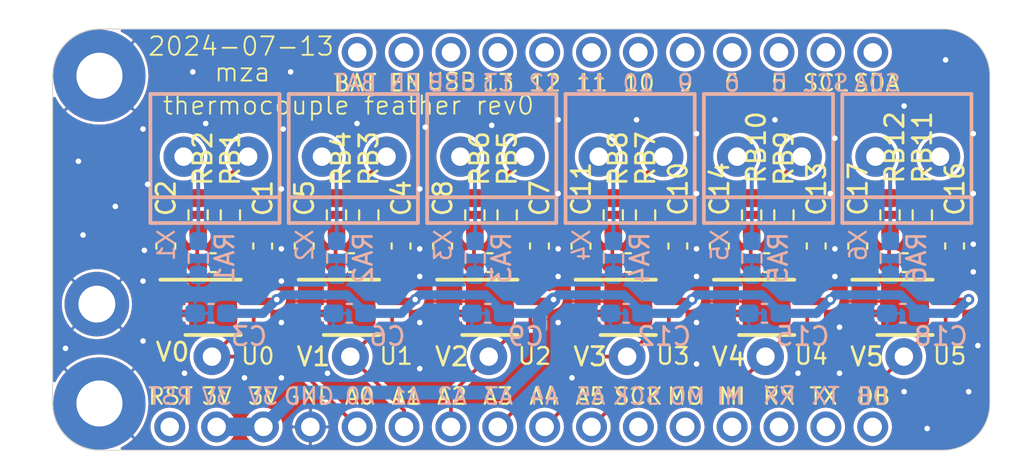
<source format=kicad_pcb>
(kicad_pcb
	(version 20240108)
	(generator "pcbnew")
	(generator_version "8.0")
	(general
		(thickness 1.6)
		(legacy_teardrops no)
	)
	(paper "A4")
	(layers
		(0 "F.Cu" signal)
		(31 "B.Cu" signal)
		(32 "B.Adhes" user "B.Adhesive")
		(33 "F.Adhes" user "F.Adhesive")
		(34 "B.Paste" user)
		(35 "F.Paste" user)
		(36 "B.SilkS" user "B.Silkscreen")
		(37 "F.SilkS" user "F.Silkscreen")
		(38 "B.Mask" user)
		(39 "F.Mask" user)
		(40 "Dwgs.User" user "User.Drawings")
		(41 "Cmts.User" user "User.Comments")
		(42 "Eco1.User" user "User.Eco1")
		(43 "Eco2.User" user "User.Eco2")
		(44 "Edge.Cuts" user)
		(45 "Margin" user)
		(46 "B.CrtYd" user "B.Courtyard")
		(47 "F.CrtYd" user "F.Courtyard")
		(48 "B.Fab" user)
		(49 "F.Fab" user)
		(50 "User.1" user)
		(51 "User.2" user)
		(52 "User.3" user)
		(53 "User.4" user)
		(54 "User.5" user)
		(55 "User.6" user)
		(56 "User.7" user)
		(57 "User.8" user)
		(58 "User.9" user)
	)
	(setup
		(stackup
			(layer "F.SilkS"
				(type "Top Silk Screen")
			)
			(layer "F.Paste"
				(type "Top Solder Paste")
			)
			(layer "F.Mask"
				(type "Top Solder Mask")
				(thickness 0.01)
			)
			(layer "F.Cu"
				(type "copper")
				(thickness 0.035)
			)
			(layer "dielectric 1"
				(type "core")
				(thickness 1.51)
				(material "FR4")
				(epsilon_r 4.5)
				(loss_tangent 0.02)
			)
			(layer "B.Cu"
				(type "copper")
				(thickness 0.035)
			)
			(layer "B.Mask"
				(type "Bottom Solder Mask")
				(thickness 0.01)
			)
			(layer "B.Paste"
				(type "Bottom Solder Paste")
			)
			(layer "B.SilkS"
				(type "Bottom Silk Screen")
			)
			(copper_finish "None")
			(dielectric_constraints no)
		)
		(pad_to_mask_clearance 0)
		(allow_soldermask_bridges_in_footprints no)
		(grid_origin 152.4 114.3)
		(pcbplotparams
			(layerselection 0x00010fc_ffffffff)
			(plot_on_all_layers_selection 0x0000000_00000000)
			(disableapertmacros no)
			(usegerberextensions no)
			(usegerberattributes yes)
			(usegerberadvancedattributes yes)
			(creategerberjobfile yes)
			(dashed_line_dash_ratio 12.000000)
			(dashed_line_gap_ratio 3.000000)
			(svgprecision 4)
			(plotframeref no)
			(viasonmask no)
			(mode 1)
			(useauxorigin no)
			(hpglpennumber 1)
			(hpglpenspeed 20)
			(hpglpendiameter 15.000000)
			(pdf_front_fp_property_popups yes)
			(pdf_back_fp_property_popups yes)
			(dxfpolygonmode yes)
			(dxfimperialunits yes)
			(dxfusepcbnewfont yes)
			(psnegative no)
			(psa4output no)
			(plotreference yes)
			(plotvalue yes)
			(plotfptext yes)
			(plotinvisibletext no)
			(sketchpadsonfab no)
			(subtractmaskfromsilk no)
			(outputformat 1)
			(mirror no)
			(drillshape 1)
			(scaleselection 1)
			(outputdirectory "")
		)
	)
	(net 0 "")
	(net 1 "GND")
	(net 2 "VBUS")
	(net 3 "VBAT")
	(net 4 "/MOSI")
	(net 5 "/SCK")
	(net 6 "/A5")
	(net 7 "/A0")
	(net 8 "/A4")
	(net 9 "/A3")
	(net 10 "/TX")
	(net 11 "/A1")
	(net 12 "/TXD0")
	(net 13 "/RX")
	(net 14 "/A2")
	(net 15 "/MISO")
	(net 16 "/RESET")
	(net 17 "/D9")
	(net 18 "/D12")
	(net 19 "/D5")
	(net 20 "/D6")
	(net 21 "/D11")
	(net 22 "/SCL")
	(net 23 "/D13")
	(net 24 "/EN")
	(net 25 "/D10")
	(net 26 "/SDA")
	(net 27 "Net-(U1-IN-)")
	(net 28 "Net-(U1-IN+)")
	(net 29 "unconnected-(U1-NC-Pad4)")
	(net 30 "VCC")
	(net 31 "Net-(RB1-Pad1)")
	(net 32 "Net-(RA1-Pad2)")
	(net 33 "Net-(U2-IN+)")
	(net 34 "Net-(U2-IN-)")
	(net 35 "Net-(RA2-Pad2)")
	(net 36 "Net-(RB3-Pad1)")
	(net 37 "unconnected-(U2-NC-Pad4)")
	(net 38 "Net-(U3-IN+)")
	(net 39 "Net-(U3-IN-)")
	(net 40 "Net-(RA3-Pad2)")
	(net 41 "Net-(RB5-Pad1)")
	(net 42 "unconnected-(U3-NC-Pad4)")
	(net 43 "Net-(U4-IN+)")
	(net 44 "Net-(U4-IN-)")
	(net 45 "Net-(U5-IN+)")
	(net 46 "Net-(U5-IN-)")
	(net 47 "Net-(RA4-Pad2)")
	(net 48 "Net-(RA5-Pad2)")
	(net 49 "Net-(RA6-Pad2)")
	(net 50 "Net-(RB7-Pad1)")
	(net 51 "Net-(RB9-Pad1)")
	(net 52 "Net-(RB11-Pad1)")
	(net 53 "unconnected-(U4-NC-Pad4)")
	(net 54 "unconnected-(U5-NC-Pad4)")
	(net 55 "Net-(U0-IN+)")
	(net 56 "Net-(U0-IN-)")
	(net 57 "unconnected-(U0-NC-Pad4)")
	(footprint "Capacitor_SMD:C_0603_1608Metric_Pad1.08x0.95mm_HandSolder" (layer "F.Cu") (at 170.6375 114.65 90))
	(footprint "adafruit:MSOP8_0.65MM" (layer "F.Cu") (at 150.7 117.975 -90))
	(footprint "Capacitor_SMD:C_0603_1608Metric_Pad1.08x0.95mm_HandSolder" (layer "F.Cu") (at 173.2 115.55 180))
	(footprint "Resistor_SMD:R_0603_1608Metric_Pad0.98x0.95mm_HandSolder" (layer "F.Cu") (at 159.1375 112.96 -90))
	(footprint "Capacitor_SMD:C_0603_1608Metric_Pad1.08x0.95mm_HandSolder" (layer "F.Cu") (at 135.7 115.55 180))
	(footprint "Resistor_SMD:R_0603_1608Metric_Pad0.98x0.95mm_HandSolder" (layer "F.Cu") (at 149.8875 112.96 -90))
	(footprint "kicad-mza:TestPoint_THTPad_1mm-round" (layer "F.Cu") (at 158.1375 120.65))
	(footprint "adafruit:MSOP8_0.65MM" (layer "F.Cu") (at 135.7 117.975 -90))
	(footprint "Capacitor_SMD:C_0603_1608Metric_Pad1.08x0.95mm_HandSolder" (layer "F.Cu") (at 158.2 115.55 180))
	(footprint "Capacitor_SMD:C_0603_1608Metric_Pad1.08x0.95mm_HandSolder" (layer "F.Cu") (at 160.8875 114.65 -90))
	(footprint "Capacitor_SMD:C_0603_1608Metric_Pad1.08x0.95mm_HandSolder" (layer "F.Cu") (at 165.7 115.55 180))
	(footprint "adafruit:MSOP8_0.65MM" (layer "F.Cu") (at 165.7 117.975 -90))
	(footprint "MountingHole:MountingHole_2.5mm_Pad" (layer "F.Cu") (at 129.54 105.41 -90))
	(footprint "Capacitor_SMD:C_0603_1608Metric_Pad1.08x0.95mm_HandSolder" (layer "F.Cu") (at 150.7 115.55 180))
	(footprint "Resistor_SMD:R_0603_1608Metric_Pad0.98x0.95mm_HandSolder" (layer "F.Cu") (at 164.8875 112.96 -90))
	(footprint "Capacitor_SMD:C_0603_1608Metric_Pad1.08x0.95mm_HandSolder" (layer "F.Cu") (at 145.8875 114.65 -90))
	(footprint "Capacitor_SMD:C_0603_1608Metric_Pad1.08x0.95mm_HandSolder" (layer "F.Cu") (at 133.1375 114.65 90))
	(footprint "Resistor_SMD:R_0603_1608Metric_Pad0.98x0.95mm_HandSolder" (layer "F.Cu") (at 174.1375 112.96 -90))
	(footprint "adafruit:MSOP8_0.65MM" (layer "F.Cu") (at 158.2 117.975 -90))
	(footprint "adafruit:MSOP8_0.65MM" (layer "F.Cu") (at 173.2 117.975 -90))
	(footprint "Resistor_SMD:R_0603_1608Metric_Pad0.98x0.95mm_HandSolder" (layer "F.Cu") (at 151.6375 112.96 -90))
	(footprint "Resistor_SMD:R_0603_1608Metric_Pad0.98x0.95mm_HandSolder" (layer "F.Cu") (at 166.6375 112.96 -90))
	(footprint "MountingHole:MountingHole_2.5mm_Pad" (layer "F.Cu") (at 129.54 123.19 -90))
	(footprint "kicad-mza:TestPoint_THTPad_1mm-round" (layer "F.Cu") (at 173.1375 120.65))
	(footprint "Capacitor_SMD:C_0603_1608Metric_Pad1.08x0.95mm_HandSolder" (layer "F.Cu") (at 140.6375 114.65 90))
	(footprint "Capacitor_SMD:C_0603_1608Metric_Pad1.08x0.95mm_HandSolder" (layer "F.Cu") (at 148.1375 114.65 90))
	(footprint "Resistor_SMD:R_0603_1608Metric_Pad0.98x0.95mm_HandSolder" (layer "F.Cu") (at 136.6375 112.96 -90))
	(footprint "Capacitor_SMD:C_0603_1608Metric_Pad1.08x0.95mm_HandSolder" (layer "F.Cu") (at 138.3875 114.65 -90))
	(footprint "Capacitor_SMD:C_0603_1608Metric_Pad1.08x0.95mm_HandSolder" (layer "F.Cu") (at 168.3875 114.65 -90))
	(footprint "Capacitor_SMD:C_0603_1608Metric_Pad1.08x0.95mm_HandSolder" (layer "F.Cu") (at 155.6375 114.65 90))
	(footprint "Resistor_SMD:R_0603_1608Metric_Pad0.98x0.95mm_HandSolder" (layer "F.Cu") (at 157.3875 112.96 -90))
	(footprint "kicad-mza:TestPoint_THTPad_1mm-round" (layer "F.Cu") (at 150.6375 120.65))
	(footprint "kicad-mza:TestPoint_THTPad_1mm-round" (layer "F.Cu") (at 135.6375 120.65))
	(footprint "Resistor_SMD:R_0603_1608Metric_Pad0.98x0.95mm_HandSolder" (layer "F.Cu") (at 142.3875 112.96 -90))
	(footprint "Capacitor_SMD:C_0603_1608Metric_Pad1.08x0.95mm_HandSolder" (layer "F.Cu") (at 153.3875 114.65 -90))
	(footprint "Adafruit ESP32-S3 8MB No PSRAM:1X16_ROUND" (layer "F.Cu") (at 152.4 124.46 180))
	(footprint "Resistor_SMD:R_0603_1608Metric_Pad0.98x0.95mm_HandSolder" (layer "F.Cu") (at 134.8875 112.96 -90))
	(footprint "kicad-mza:TestPoint_THTPad_1mm-round" (layer "F.Cu") (at 143.1375 120.65))
	(footprint "adafruit:MSOP8_0.65MM" (layer "F.Cu") (at 143.2 117.975 -90))
	(footprint "Capacitor_SMD:C_0603_1608Metric_Pad1.08x0.95mm_HandSolder" (layer "F.Cu") (at 163.1375 114.65 90))
	(footprint "Capacitor_SMD:C_0603_1608Metric_Pad1.08x0.95mm_HandSolder" (layer "F.Cu") (at 175.8875 114.65 -90))
	(footprint "Resistor_SMD:R_0603_1608Metric_Pad0.98x0.95mm_HandSolder" (layer "F.Cu") (at 144.1375 112.96 -90))
	(footprint "Adafruit ESP32-S3 8MB No PSRAM:1X12_ROUND"
		(layer "F.Cu")
		(uuid "e9b62fe7-7741-4463-afd9-dda98a1c8ce1")
		(at 157.48 104.14)
		(property "Reference" "JP3"
			(at -0.5811 -3.4686 0)
			(layer "F.SilkS")
			(hide yes)
			(uuid "caa69148-e4f6-4134-9cb3-0a27fa857613")
			(effects
				(font
					(size 0.692831 0.692831)
					(thickness 0.119969)
				)
				(justify left bottom)
			)
		)
		(property "Value" "HEADER-1X12"
			(at -3.5811 -3.0936 0)
			(layer "F.Fab")
			(hide yes)
			(uuid "84fc74f4-0c8c-48c7-92e1-db372d848b7c")
			(effects
				(font
					(size 0.369824 0.369824)
					(thickness 0.036576)
				)
				(justify left bottom)
			)
		)
		(property "Footprint" "Adafruit ESP32-S3 8MB No PSRAM:1X12_ROUND"
			(at 0 0 0)
			(layer "F.Fab")
			(hide yes)
			(uuid "f7b6ca6e-62ef-4b04-9a90-f2208b11e815")
			(effects
				(font
					(size 1.27 1.27)
					(thickness 0.15)
				)
			)
		)
		(property "Datasheet" ""
			(at 0 0 0)
			(layer "F.Fab")
			(hide yes)
			(uuid "96c8134b-6a0d-436b-a424-6934cec41b25")
			(effects
				(font
					(size 1.27 1.27)
					(thickness 0.15)
				)
			)
		)
		(property "Description" ""
			(at 0 0 0)
			(layer "F.Fab")
			(hide yes)
			(uuid "4fc8b822-d05b-48d8-9f47-aa955ce485f1")
			(effects
				(font
					(size 1.27 1.27)
					(thickness 0.15)
				)
			)
		)
		(path "/40df804f-c85d-46b5-b797-a09f69994c17")
		(sheetname "Root")
		(sheetfile "thermocouple-feather.revA.kicad_sch")
		(fp_line
			(start -15.24 -0.635)
			(end -15.24 0.635)
			(stroke
				(width 0.2032)
				(type solid)
			)
			(layer "F.Fab")
			(uuid "ab48c21d-d88d-454c-9fff-1c02fc1a3ae8")
		)
		(fp_poly
			(pts
				(xy -14.224 0.254) (xy -13.716 0.254) (xy -13.716 -0.254) (xy -14.224 -0.254)
			)
			(stroke
				(width 0)
				(type default)
			)
			(fill solid)
			(layer "F.Fab")
			(uuid "81e37bcc-a63d-4a2b-ae32-d3cbfce605a3")
		)
		(fp_poly
			(pts
				(xy -11.684 0.254) (xy -11.176 0.254) (xy -11.176 -0.254) (xy -11.684 -0.254)
			)
			(stroke
				(width 0)
				(type default)
			)
			(fill solid)
			(layer "F.Fab")
			(uuid "e64abe3f-48e4-4a74-965b-ab697403b149")
		)
		(fp_poly
			(pts
				(xy -9.144 0.254) (xy -8.636 0.254) (xy -8.636 -0.254) (xy -9.144 -0.254)
			)
			(stroke
				(width 0)
				(type default)
			)
			(fill solid)
			(layer "F.Fab")
			(uuid "57ac0384-efef-4f34-bad1-c96bf7848c67")
		)
		(fp_poly
			(pts
				(xy -6.604 0.254) (xy -6.096 0.254) (xy -6.096 -0.254) (xy -6.604 -0.254)
			)
			(stroke
				(width 0)
				(type default)
			)
			(fill solid)
			(layer "F.Fab")
			(uuid "35ae8a56-837b-4d30-836d-303b5331c471")
		)
		(fp_poly
			(pts
				(xy -4.064 0.254) (xy -3.556 0.254) (xy -3.556 -0.254) (xy -4.064 -0.254)
			)
			(stroke
				(width 0)
				(type default)
			)
			(fill solid)
			(layer "F.Fab")
			(uuid "11c8bb86-bb53-4ca1-9307-0df2bc1fa9a3")
		)
		(fp_poly
			(pts
				(xy -1.524 0.254) (xy -1.016 0.254) (xy -1.016 -0.254) (xy -1.524 -0.254)
			)
			(stroke
				(width 0)
				(type default)
			)
			(fill solid)
			(layer "F.Fab")
			(uuid "f0865288-0a95-469a-afe4-73a614d534c1")
		)
		(fp_poly
			(pts
				(xy 1.016 0.254) (xy 1.524 0.254) (xy 1.524 -0.254) (xy 1.016 -0.254)
			)
			(stroke
				(width 0)
				(type default)
			)
			(fill solid)
			(layer "F.Fab")
			(uuid "93f7a32f-7b6a-47a0-a472-468196e9fb86")
		)
		(fp_poly
			(pts
				(xy 3.556 0.254) (xy 4.064 0.254) (xy 4.064 -0.254) (xy 3.556 -0.254)
			)
			(stroke
				(width 0)
				(type default)
			)
			(fill solid)
			(layer "F.Fab")
			(uuid "1be4c17d-78b0-4f95-91e6-e99b77375eab")
		)
		(fp_poly
			(pts
				(xy 6.096 0.254) (xy 6.604 0.254) (xy 6.604 -0.254) (xy 6.096 -0.254)
			)
			(stroke
				(width 0)
				(type default)
			)
			(fill solid)
			(layer "F.Fab")
			(uuid "61fb31cf-55c1-4b6a-8594-1fe3f4a0147f")
		)
		(fp_poly
			(pts
				(xy 8.636 0.254) (xy 9.144 0.254) (xy 9.144 -0.254) (xy 8.636 -0.254)
			)
			(stroke
				(width 0)
				(type default)
			)
			(fill solid)
			(layer "F.Fab")
			(uuid "77bdfe70-cd8a-4789-9c6e-816d1ec64c05")
		)
		(fp_poly
			(pts
				(xy 11.176 0.254) (xy 11.684 0.254) (xy 11.684 -0.254) (xy 11.176 -0.254)
			)
			(stroke
				(width 0)
				(type default)
			)
			(fill solid)
			(layer "F.Fab")
			(uuid "ec9568cd-5522-42e9-9198-d21977b1c1ce")
		)
		(fp_poly
			(pts
				(xy 13.716 0.254) (xy 14.224 0.254) (xy 14.224 -0.254) (xy 13.716 -0.254)
			)
			(stroke
				(width 0)
				(type default)
			)
			(fill solid)
			(layer "F.Fab")
			(uuid "6c25afaf-4b5f-4fd3-938a-13bd357ca19b")
		)
		(pad "1" thru_hole circle
			(at -13.97 0 90)
			(size 1.6764 1.6764)
			(drill 1)
			(layers "*.Cu" "*.Mask")
			(remove_unused_layers no)
			(net 3 "VBAT")
			(pinfunction "1")
			(pintype "passive")
			(solder_mask_margin 0.0508)
			(thermal_bridge_angle 0)
			(uuid "3d723ef6-8886-4d7b-b516-fb36a7de58bc")
		)
		(pad "2" thru_hole circle
			(at -11.43 0 90)
			(size 1.6764 1.6764)
			(drill 1)
			(layers "*.Cu" "*.Mask")
			(remove_unused_layers no)
			(net 24 "/EN")
			(pinfunction "2")
			(pintype "passive")
			(solder_mask_margin 0.0508)
			(thermal_bridge_angle 0)
			(uuid "df42d9c8-82c2-4eee-9a98-6c0d75684b99")
		)
		(pad "3" thru_hole circle
			(at -8.89 0 90)
			(size 1.6764 1.6764)
			(drill 1)
			(layers "*.Cu" "*.Mask")
			(remove_unused_layers no)
			(net 2 "VBUS")
			(pinfunction "3")
			(pintype "passive")
			(solder_mask_margin 0.0508)
			(thermal_bridge_angle 0)
			(uuid "67f2af50-4d54-4ddc-ad30-28521698b8ca")
		)
		(pad "4" thru_hole circle
			(at -6.35 0 90)
			(size 1.6764 1.6764)
			(drill 1)
			(layers "*.Cu" "*.Mask")
			(remove_unused_layers no)
			(net 23 "/D13")
			(pinfunction "4")
			(pintype "passive")
			(solder_mask_margin 0.0508)
			(thermal_bridge_angle 0)
			(uuid "b578cf08-c446-4734-b3bf-a12e2a05c455")
		)
		(pad "5" thru_hole circle
			(at -3.81 0 90)
			(size 1.6764 1.6764)
			(drill 1)
			(layers "*.Cu" "*.Mask")
			(remove_unused_layers no)
			(net 18 "/D12")
			(pinfunction "5")
			(pintype "passive")
			(solder_mask_margin 0.0508)
			(thermal_bridge_angle 0)
			(uuid "2eaf1a95-d16b-4025-97dc-46a26cc81868")
		)
		(pad "6" thru_hole circle
			(at -1.27 0 90)
			(size 1.6764 1.6764)
			(drill 1)
			(layers "*.Cu" "*.Mask")
			(remove_unused_layers no)
			(net 21 "/D11")
			(pinfunction "6")
			(pintype "passive")
			(solder_mask_margin 0.0508)
			(thermal_bridge_angle 0)
			(uuid "867f8332-9c5b-4ed1-bc4b-e6cbebf29cda")
		)
		(pad "7" thru_hole circle
			(at 1.27 0 90)
			(size 1.6764 1.6764)
			(drill 1)
			(layers "*.Cu" "*.Mask")
			(remove_unused_layers no)
			(net 25 "/D10")
			(pinfunction "7")
			(pintype "passive")
			(solder_mask_margin 0.0508)
			(thermal_bridge_angle 0)
			(uuid "f4ea60a8-5cc4-4789-867c-ad3320e8a7fe")
		)
		(pad "8" thru_hole circle
			(at 3.81 0 90)
			(size 1.6764 1.6764)
			(drill 1)
			(layers "*.Cu" "*.Mask")
			(remove_unused_layers no)
			(net 17 "/D9")
			(pinfunction "8")
			(pintype "passive")
			(solder_mask_margin 0.0508)
			(thermal_bridge_angle 0)
			(uuid "07be739f-da06-4832-abc6-ee22f1e8eeaa")
		)
		(pad "9" thru_hole circle
			(at 6.35 0 90)
			(size 1.6764 1.6764)
			(drill 1)
			(layers "*.Cu" "*.Mask")
			(remove_unused_layers no)
			(net 20 "/D6")
			(pinfunction "9")
			(pintype "passive")
			(solder_mask_margin 0.0508)
			(thermal_bridge_an
... [447438 chars truncated]
</source>
